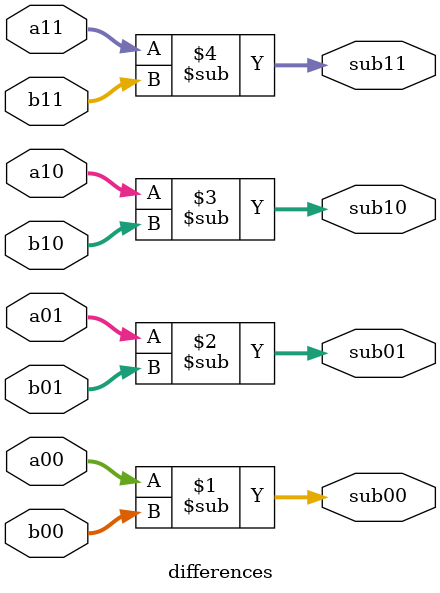
<source format=v>
module differences (a00, a01, a10, a11, b00, b01, b10, b11, sub00, sub01, sub10, sub11);

input [7:0] a00, a01, a10, a11, b00, b01, b10, b11;
output signed [8:0] sub00, sub01, sub10, sub11;

assign sub00 = a00-b00;
assign sub01 = a01-b01;
assign sub10 = a10-b10;
assign sub11 = a11-b11;

endmodule

</source>
